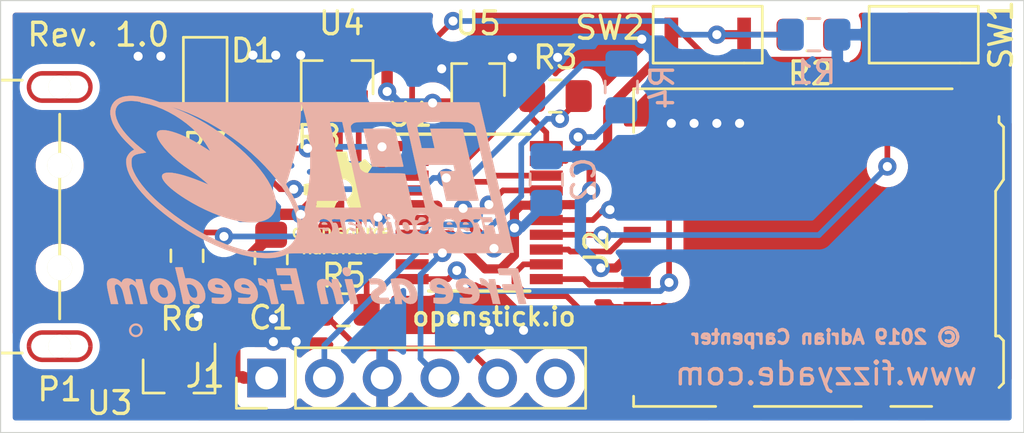
<source format=kicad_pcb>
(kicad_pcb (version 20171130) (host pcbnew "(5.1.4-0-10_14)")
  (layers (0 F.Cu signal hide) (31 B.Cu signal hide) (34 B.Paste user hide) (35 F.Paste user hide) (36 B.SilkS user) (37 F.SilkS user) (38 B.Mask user hide) (39 F.Mask user hide) (44 Edge.Cuts user))
  (net 0 "")
  (net 1 "Net-(U1-Pad9)")
  (net 2 "Net-(U1-Pad2)")
  (net 3 GND)
  (net 4 +3V3)
  (net 5 +5V)
  (net 6 USB_DM)
  (net 7 USB_DP)
  (net 8 "Net-(R1-Pad1)")
  (net 9 SWCLK)
  (net 10 SWDIO)
  (net 11 MOSI)
  (net 12 MISO)
  (net 13 SCK)
  (net 14 ~NSS)
  (net 15 ~RST)
  (net 16 "Net-(J1-Pad6)")
  (net 17 "Net-(J1-Pad5)")
  (net 18 "Net-(J1-Pad4)")
  (net 19 "Net-(J1-Pad2)")
  (net 20 "Net-(P1-Pad2)")
  (net 21 "Net-(P1-Pad3)")
  (net 22 "Net-(D1-Pad2)")
  (net 23 LED)
  (net 24 SWITCH)
  (net 25 "Net-(J2-Pad1)")
  (net 26 "Net-(J2-Pad8)")
  (net 27 "Net-(J2-Pad9)")
  (net 28 "Net-(U1-Pad8)")
  (net 29 "Net-(U1-Pad7)")
  (net 30 "Net-(U1-Pad6)")
  (module Logo:GPL (layer B.Cu) (at 133.8 89.6 180)
    (fp_text reference G*** hide)
    (fp_text value LOGO hide)
  )
  (module Resistor_SMD:R_0805_2012Metric_Pad1.15x1.40mm_HandSolder (layer B.Cu) (at 155.775 82.5)
    (fp_text reference R1 (at 0 1.65 180) (layer B.SilkS) (effects (justify mirror)))
    (fp_text value R_US)
    (pad 2 smd roundrect (at 1.025 0) (size 1.15 1.4) (layers B.Cu B.Paste B.Mask) (roundrect_rratio 0.217391) (net 3 GND))
    (pad 1 smd roundrect (at -1.025 0) (size 1.15 1.4) (layers B.Cu B.Paste B.Mask) (roundrect_rratio 0.217391) (net 8 "Net-(R1-Pad1)"))
  )
  (module Connector_Card:microSD_HC_Hirose_DM3AT-SF-PEJM5 (layer F.Cu) (at 155.725 91.875 90)
    (fp_text reference J2 (at -0.075 -9.525 90) (layer F.SilkS))
    (fp_text value Micro_SD_Card)
    (pad 11 smd rect (at 6.675 7.375 90) (size 1.3 1.9) (layers F.Cu F.Paste F.Mask))
    (pad 11 smd rect (at -6.825 6.925 90) (size 1 2.8) (layers F.Cu F.Paste F.Mask))
    (pad 10 smd rect (at -6.825 2.775 90) (size 1 0.8) (layers F.Cu F.Paste F.Mask))
    (pad 11 smd rect (at -6.825 -3.425 90) (size 1 1.2) (layers F.Cu F.Paste F.Mask))
    (pad 11 smd rect (at 4.325 -7.725 90) (size 1 1.2) (layers F.Cu F.Paste F.Mask))
    (pad 7 smd rect (at -3.825 -7.725 90) (size 0.7 1.2) (layers F.Cu F.Paste F.Mask) (net 12 MISO))
    (pad 6 smd rect (at -2.725 -7.725 90) (size 0.7 1.2) (layers F.Cu F.Paste F.Mask) (net 3 GND))
    (pad 5 smd rect (at -1.625 -7.725 90) (size 0.7 1.2) (layers F.Cu F.Paste F.Mask) (net 13 SCK))
    (pad 4 smd rect (at -0.525 -7.725 90) (size 0.7 1.2) (layers F.Cu F.Paste F.Mask) (net 4 +3V3))
    (pad 3 smd rect (at 0.575 -7.725 90) (size 0.7 1.2) (layers F.Cu F.Paste F.Mask) (net 11 MOSI))
    (pad 2 smd rect (at 1.675 -7.725 90) (size 0.7 1.2) (layers F.Cu F.Paste F.Mask) (net 14 ~NSS))
    (pad 1 smd rect (at 2.775 -7.725 90) (size 0.7 1.2) (layers F.Cu F.Paste F.Mask) (net 25 "Net-(J2-Pad1)"))
    (pad 8 smd rect (at -4.925 -7.725 90) (size 0.7 1.2) (layers F.Cu F.Paste F.Mask) (net 26 "Net-(J2-Pad8)"))
    (pad 9 smd rect (at -5.875 -7.725 90) (size 0.7 1.2) (layers F.Cu F.Paste F.Mask) (net 27 "Net-(J2-Pad9)"))
  )
  (module Footprints:MP000700 (layer F.Cu) (at 151.1 82.5 90)
    (fp_text reference SW2 (at 0.3 -4.3) (layer F.SilkS))
    (fp_text value SW_Push)
    (pad 2 smd rect (at 0 -1.6 90) (size 1.5 0.6) (layers F.Cu F.Paste F.Mask) (net 4 +3V3))
    (pad 1 smd rect (at 0 1.6 90) (size 1.5 0.6) (layers F.Cu F.Paste F.Mask) (net 8 "Net-(R1-Pad1)"))
  )
  (module Footprints:MP000700 (layer F.Cu) (at 160.6 82.5 90)
    (fp_text reference SW1 (at 0 3.4 90) (layer F.SilkS))
    (fp_text value SW_Push)
    (pad 2 smd rect (at 0 -1.6 90) (size 1.5 0.6) (layers F.Cu F.Paste F.Mask) (net 24 SWITCH))
    (pad 1 smd rect (at 0 1.6 90) (size 1.5 0.6) (layers F.Cu F.Paste F.Mask) (net 3 GND))
  )
  (module Resistor_SMD:R_0805_2012Metric_Pad1.15x1.40mm_HandSolder (layer F.Cu) (at 132 86.475 270)
    (fp_text reference R8 (at 0.525 -2 180) (layer F.SilkS))
    (fp_text value R_US)
    (pad 2 smd roundrect (at 1.025 0 270) (size 1.15 1.4) (layers F.Cu F.Paste F.Mask) (roundrect_rratio 0.217391) (net 23 LED))
    (pad 1 smd roundrect (at -1.025 0 270) (size 1.15 1.4) (layers F.Cu F.Paste F.Mask) (roundrect_rratio 0.217391) (net 22 "Net-(D1-Pad2)"))
  )
  (module LED_SMD:LED_0805_2012Metric_Pad1.15x1.40mm_HandSolder (layer F.Cu) (at 129 84.475 270)
    (fp_text reference D1 (at -1.275 -2.1 180) (layer F.SilkS))
    (fp_text value LED)
    (pad 2 smd roundrect (at 1.025 0 270) (size 1.15 1.4) (layers F.Cu F.Paste F.Mask) (roundrect_rratio 0.217391) (net 22 "Net-(D1-Pad2)"))
    (pad 1 smd roundrect (at -1.025 0 270) (size 1.15 1.4) (layers F.Cu F.Paste F.Mask) (roundrect_rratio 0.217391) (net 3 GND))
  )
  (module Logo:oshw (layer F.Cu) (at 135 89.9)
    (fp_text reference G*** hide)
    (fp_text value LOGO hide)
  )
  (module Resistor_SMD:R_0805_2012Metric_Pad1.15x1.40mm_HandSolder (layer F.Cu) (at 128.975 89)
    (fp_text reference R7 (at 0 -1.65) (layer F.SilkS))
    (fp_text value R_US)
    (pad 2 smd roundrect (at 1.025 0) (size 1.15 1.4) (layers F.Cu F.Paste F.Mask) (roundrect_rratio 0.217391) (net 7 USB_DP))
    (pad 1 smd roundrect (at -1.025 0) (size 1.15 1.4) (layers F.Cu F.Paste F.Mask) (roundrect_rratio 0.217391) (net 21 "Net-(P1-Pad3)"))
  )
  (module Resistor_SMD:R_0805_2012Metric_Pad1.15x1.40mm_HandSolder (layer F.Cu) (at 128.2 92.225 90)
    (fp_text reference R6 (at -2.775 -0.2) (layer F.SilkS))
    (fp_text value R_US)
    (pad 2 smd roundrect (at 1.025 0 90) (size 1.15 1.4) (layers F.Cu F.Paste F.Mask) (roundrect_rratio 0.217391) (net 6 USB_DM))
    (pad 1 smd roundrect (at -1.025 0 90) (size 1.15 1.4) (layers F.Cu F.Paste F.Mask) (roundrect_rratio 0.217391) (net 20 "Net-(P1-Pad2)"))
  )
  (module Resistor_SMD:R_0805_2012Metric_Pad1.15x1.40mm_HandSolder (layer F.Cu) (at 135.075 94.6)
    (fp_text reference R5 (at 0.025 -1.5) (layer F.SilkS))
    (fp_text value R_US)
    (pad 2 smd roundrect (at 1.025 0) (size 1.15 1.4) (layers F.Cu F.Paste F.Mask) (roundrect_rratio 0.217391) (net 15 ~RST))
    (pad 1 smd roundrect (at -1.025 0) (size 1.15 1.4) (layers F.Cu F.Paste F.Mask) (roundrect_rratio 0.217391) (net 17 "Net-(J1-Pad5)"))
  )
  (module Resistor_SMD:R_0805_2012Metric_Pad1.15x1.40mm_HandSolder (layer B.Cu) (at 147.3 84.8 270)
    (fp_text reference R4 (at 0 -1.8 90) (layer B.SilkS) (effects (justify mirror)))
    (fp_text value R_US)
    (pad 2 smd roundrect (at 1.025 0 270) (size 1.15 1.4) (layers B.Cu B.Paste B.Mask) (roundrect_rratio 0.217391) (net 10 SWDIO))
    (pad 1 smd roundrect (at -1.025 0 270) (size 1.15 1.4) (layers B.Cu B.Paste B.Mask) (roundrect_rratio 0.217391) (net 18 "Net-(J1-Pad4)"))
  )
  (module Resistor_SMD:R_0805_2012Metric_Pad1.15x1.40mm_HandSolder (layer F.Cu) (at 144.4 85.2 180)
    (fp_text reference R3 (at 0 1.7) (layer F.SilkS))
    (fp_text value R_US)
    (pad 2 smd roundrect (at 1.025 0 180) (size 1.15 1.4) (layers F.Cu F.Paste F.Mask) (roundrect_rratio 0.217391) (net 9 SWCLK))
    (pad 1 smd roundrect (at -1.025 0 180) (size 1.15 1.4) (layers F.Cu F.Paste F.Mask) (roundrect_rratio 0.217391) (net 19 "Net-(J1-Pad2)"))
  )
  (module Connector_PinHeader_2.54mm:PinHeader_1x06_P2.54mm_Vertical (layer F.Cu) (at 131.7 97.6 90)
    (fp_text reference J1 (at 0.1 -2.7 180) (layer F.SilkS))
    (fp_text value Conn_01x06_Female)
    (pad 6 thru_hole oval (at 0 12.7 90) (size 1.7 1.7) (drill 1) (layers *.Cu *.Mask) (net 16 "Net-(J1-Pad6)"))
    (pad 5 thru_hole oval (at 0 10.16 90) (size 1.7 1.7) (drill 1) (layers *.Cu *.Mask) (net 17 "Net-(J1-Pad5)"))
    (pad 4 thru_hole oval (at 0 7.62 90) (size 1.7 1.7) (drill 1) (layers *.Cu *.Mask) (net 18 "Net-(J1-Pad4)"))
    (pad 3 thru_hole oval (at 0 5.08 90) (size 1.7 1.7) (drill 1) (layers *.Cu *.Mask) (net 3 GND))
    (pad 2 thru_hole oval (at 0 2.54 90) (size 1.7 1.7) (drill 1) (layers *.Cu *.Mask) (net 19 "Net-(J1-Pad2)"))
    (pad 1 thru_hole rect (at 0 0 90) (size 1.7 1.7) (drill 1) (layers *.Cu *.Mask) (net 4 +3V3))
  )
  (module Package_TO_SOT_SMD:SOT-323_SC-70 (layer F.Cu) (at 141 84.5 90)
    (fp_text reference U5 (at 2.5 0) (layer F.SilkS))
    (fp_text value MAX7375AXR805)
    (pad 3 smd rect (at 1 0) (size 0.45 0.7) (layers F.Cu F.Paste F.Mask) (net 3 GND))
    (pad 2 smd rect (at -1 0.65) (size 0.45 0.7) (layers F.Cu F.Paste F.Mask) (net 2 "Net-(U1-Pad2)"))
    (pad 1 smd rect (at -1 -0.65) (size 0.45 0.7) (layers F.Cu F.Paste F.Mask) (net 4 +3V3))
  )
  (module Package_TO_SOT_SMD:SOT-23 (layer F.Cu) (at 134.8 84.4 90)
    (fp_text reference U4 (at 2.4 0.2) (layer F.SilkS))
    (fp_text value TCM809)
    (pad 3 smd rect (at 1 0 90) (size 0.9 0.8) (layers F.Cu F.Paste F.Mask) (net 4 +3V3))
    (pad 2 smd rect (at -1 0.95 90) (size 0.9 0.8) (layers F.Cu F.Paste F.Mask) (net 15 ~RST))
    (pad 1 smd rect (at -1 -0.95 90) (size 0.9 0.8) (layers F.Cu F.Paste F.Mask) (net 3 GND))
  )
  (module Package_TO_SOT_SMD:SOT-23 (layer F.Cu) (at 127.85 97.5 270)
    (fp_text reference U3 (at 1.2 3.05 180) (layer F.SilkS))
    (fp_text value MCP1700-3302E_SOT23)
    (pad 3 smd rect (at 1 0 270) (size 0.9 0.8) (layers F.Cu F.Paste F.Mask) (net 5 +5V))
    (pad 2 smd rect (at -1 0.95 270) (size 0.9 0.8) (layers F.Cu F.Paste F.Mask) (net 4 +3V3))
    (pad 1 smd rect (at -1 -0.95 270) (size 0.9 0.8) (layers F.Cu F.Paste F.Mask) (net 3 GND))
  )
  (module Resistor_SMD:R_0805_2012Metric_Pad1.15x1.40mm_HandSolder (layer F.Cu) (at 155.725 82.5 180)
    (fp_text reference R2 (at 0.125 -1.7 180) (layer F.SilkS))
    (fp_text value R_US)
    (pad 2 smd roundrect (at 1.025 0 180) (size 1.15 1.4) (layers F.Cu F.Paste F.Mask) (roundrect_rratio 0.217391) (net 8 "Net-(R1-Pad1)"))
    (pad 1 smd roundrect (at -1.025 0 180) (size 1.15 1.4) (layers F.Cu F.Paste F.Mask) (roundrect_rratio 0.217391) (net 4 +3V3))
  )
  (module Capacitor_SMD:C_0805_2012Metric_Pad1.15x1.40mm_HandSolder (layer B.Cu) (at 144 88.875 90)
    (fp_text reference C2 (at 0 1.65 270) (layer B.SilkS) (effects (justify mirror)))
    (fp_text value C)
    (pad 2 smd roundrect (at 1.025 0 90) (size 1.15 1.4) (layers B.Cu B.Paste B.Mask) (roundrect_rratio 0.217391) (net 3 GND))
    (pad 1 smd roundrect (at -1.025 0 90) (size 1.15 1.4) (layers B.Cu B.Paste B.Mask) (roundrect_rratio 0.217391) (net 4 +3V3))
  )
  (module Capacitor_SMD:C_0805_2012Metric_Pad1.15x1.40mm_HandSolder (layer F.Cu) (at 131.9 92.325 270)
    (fp_text reference C1 (at 2.625 0 180) (layer F.SilkS))
    (fp_text value C)
    (pad 2 smd roundrect (at 1.025 0 270) (size 1.15 1.4) (layers F.Cu F.Paste F.Mask) (roundrect_rratio 0.217391) (net 3 GND))
    (pad 1 smd roundrect (at -1.025 0 270) (size 1.15 1.4) (layers F.Cu F.Paste F.Mask) (roundrect_rratio 0.217391) (net 4 +3V3))
  )
  (module Package_SO:TSSOP-20_4.4x6.5mm_P0.65mm (layer F.Cu) (at 141.05 90.325)
    (fp_text reference U1 (at -3.05 -4.3) (layer F.SilkS))
    (fp_text value STM32F070F6Px)
    (pad 20 smd rect (at 2.95 -2.925) (size 1.45 0.45) (layers F.Cu F.Paste F.Mask) (net 9 SWCLK))
    (pad 19 smd rect (at 2.95 -2.275) (size 1.45 0.45) (layers F.Cu F.Paste F.Mask) (net 10 SWDIO))
    (pad 18 smd rect (at 2.95 -1.625) (size 1.45 0.45) (layers F.Cu F.Paste F.Mask) (net 7 USB_DP))
    (pad 17 smd rect (at 2.95 -0.975) (size 1.45 0.45) (layers F.Cu F.Paste F.Mask) (net 6 USB_DM))
    (pad 16 smd rect (at 2.95 -0.325) (size 1.45 0.45) (layers F.Cu F.Paste F.Mask) (net 4 +3V3))
    (pad 15 smd rect (at 2.95 0.325) (size 1.45 0.45) (layers F.Cu F.Paste F.Mask) (net 3 GND))
    (pad 14 smd rect (at 2.95 0.975) (size 1.45 0.45) (layers F.Cu F.Paste F.Mask) (net 24 SWITCH))
    (pad 13 smd rect (at 2.95 1.625) (size 1.45 0.45) (layers F.Cu F.Paste F.Mask) (net 11 MOSI))
    (pad 12 smd rect (at 2.95 2.275) (size 1.45 0.45) (layers F.Cu F.Paste F.Mask) (net 12 MISO))
    (pad 11 smd rect (at 2.95 2.925) (size 1.45 0.45) (layers F.Cu F.Paste F.Mask) (net 13 SCK))
    (pad 10 smd rect (at -2.95 2.925) (size 1.45 0.45) (layers F.Cu F.Paste F.Mask) (net 14 ~NSS))
    (pad 9 smd rect (at -2.95 2.275) (size 1.45 0.45) (layers F.Cu F.Paste F.Mask) (net 1 "Net-(U1-Pad9)"))
    (pad 8 smd rect (at -2.95 1.625) (size 1.45 0.45) (layers F.Cu F.Paste F.Mask) (net 28 "Net-(U1-Pad8)"))
    (pad 7 smd rect (at -2.95 0.975) (size 1.45 0.45) (layers F.Cu F.Paste F.Mask) (net 29 "Net-(U1-Pad7)"))
    (pad 6 smd rect (at -2.95 0.325) (size 1.45 0.45) (layers F.Cu F.Paste F.Mask) (net 30 "Net-(U1-Pad6)"))
    (pad 5 smd rect (at -2.95 -0.325) (size 1.45 0.45) (layers F.Cu F.Paste F.Mask) (net 4 +3V3))
    (pad 4 smd rect (at -2.95 -0.975) (size 1.45 0.45) (layers F.Cu F.Paste F.Mask) (net 15 ~RST))
    (pad 3 smd rect (at -2.95 -1.625) (size 1.45 0.45) (layers F.Cu F.Paste F.Mask) (net 23 LED))
    (pad 2 smd rect (at -2.95 -2.275) (size 1.45 0.45) (layers F.Cu F.Paste F.Mask) (net 2 "Net-(U1-Pad2)"))
    (pad 1 smd rect (at -2.95 -2.925) (size 1.45 0.45) (layers F.Cu F.Paste F.Mask) (net 8 "Net-(R1-Pad1)"))
  )
  (module 480-37-1000:MOLEX_480-37-1000 (layer F.Cu) (at 125.2 90.5 90)
    (fp_text reference P1 (at -7.6 -2.6 180) (layer F.SilkS) (effects (font (size 1.0018 1.0018))))
    (fp_text value 480-37-1000 hide)
    (fp_poly (pts (xy -5.7 -3.85) (xy -5.7 -4.05) (xy -5.68167 -4.05) (xy -5.64506 -4.04808) (xy -5.6086 -4.04425) (xy -5.5724 -4.03852) (xy -5.53654 -4.03089) (xy -5.50113 -4.0214) (xy -5.46626 -4.01008) (xy -5.43203 -3.99694) (xy -5.39854 -3.98203) (xy -5.36588 -3.96538) (xy -5.33413 -3.94705) (xy -5.30338 -3.92709) (xy -5.27372 -3.90554) (xy -5.24523 -3.88247) (xy -5.21799 -3.85794) (xy -5.19207 -3.83202) (xy -5.16754 -3.80477) (xy -5.14446 -3.77628) (xy -5.12292 -3.74662) (xy -5.10295 -3.71588) (xy -5.08462 -3.68413) (xy -5.06798 -3.65146) (xy -5.05306 -3.61797) (xy -5.03993 -3.58375) (xy -5.0286 -3.54888) (xy -5.01911 -3.51347) (xy -5.01149 -3.47761) (xy -5.00575 -3.4414) (xy -5.00192 -3.40494) (xy -5 -3.36833) (xy -5 -3.35) (xy -5 -1.85) (xy -5 -1.83167) (xy -5.00192 -1.79506) (xy -5.00575 -1.7586) (xy -5.01148 -1.7224) (xy -5.01911 -1.68654) (xy -5.0286 -1.65113) (xy -5.03992 -1.61626) (xy -5.05306 -1.58203) (xy -5.06797 -1.54854) (xy -5.08462 -1.51588) (xy -5.10295 -1.48413) (xy -5.12291 -1.45338) (xy -5.14446 -1.42372) (xy -5.16753 -1.39523) (xy -5.19206 -1.36799) (xy -5.21798 -1.34207) (xy -5.24523 -1.31754) (xy -5.27372 -1.29446) (xy -5.30338 -1.27292) (xy -5.33412 -1.25295) (xy -5.36587 -1.23462) (xy -5.39854 -1.21798) (xy -5.43203 -1.20306) (xy -5.46625 -1.18993) (xy -5.50112 -1.1786) (xy -5.53653 -1.16911) (xy -5.57239 -1.16149) (xy -5.6086 -1.15575) (xy -5.64506 -1.15192) (xy -5.68167 -1.15) (xy -5.7 -1.15) (xy -5.7 -1.35) (xy -5.68691 -1.35) (xy -5.66076 -1.35137) (xy -5.63472 -1.35411) (xy -5.60885 -1.3582) (xy -5.58324 -1.36365) (xy -5.55795 -1.37043) (xy -5.53304 -1.37852) (xy -5.5086 -1.3879) (xy -5.48467 -1.39855) (xy -5.46134 -1.41044) (xy -5.43866 -1.42353) (xy -5.4167 -1.43779) (xy -5.39552 -1.45319) (xy -5.37517 -1.46966) (xy -5.35571 -1.48719) (xy -5.33719 -1.5057) (xy -5.31967 -1.52516) (xy -5.30319 -1.54551) (xy -5.2878 -1.5667) (xy -5.27354 -1.58866) (xy -5.26044 -1.61134) (xy -5.24855 -1.63467) (xy -5.2379 -1.65859) (xy -5.22852 -1.68304) (xy -5.22043 -1.70794) (xy -5.21365 -1.73323) (xy -5.2082 -1.75885) (xy -5.20411 -1.78471) (xy -5.20137 -1.81075) (xy -5.2 -1.8369) (xy -5.2 -1.85) (xy -5.2 -3.35) (xy -5.2 -3.36309) (xy -5.20137 -3.38924) (xy -5.20411 -3.41528) (xy -5.2082 -3.44115) (xy -5.21365 -3.46676) (xy -5.22043 -3.49205) (xy -5.22852 -3.51696) (xy -5.2379 -3.5414) (xy -5.24855 -3.56533) (xy -5.26044 -3.58866) (xy -5.27353 -3.61134) (xy -5.28779 -3.6333) (xy -5.30319 -3.65448) (xy -5.31966 -3.67483) (xy -5.33719 -3.69429) (xy -5.3557 -3.71281) (xy -5.37516 -3.73033) (xy -5.39551 -3.74681) (xy -5.4167 -3.7622) (xy -5.43866 -3.77646) (xy -5.46134 -3.78956) (xy -5.48467 -3.80145) (xy -5.50859 -3.8121) (xy -5.53304 -3.82148) (xy -5.55794 -3.82957) (xy -5.58323 -3.83635) (xy -5.60885 -3.8418) (xy -5.63471 -3.84589) (xy -5.66075 -3.84863) (xy -5.6869 -3.85)) (layer F.Cu) (width 0))
    (fp_poly (pts (xy -5.7 -1.35) (xy -5.7 -1.15) (xy -5.71833 -1.15) (xy -5.75494 -1.15192) (xy -5.7914 -1.15575) (xy -5.8276 -1.16148) (xy -5.86346 -1.16911) (xy -5.89887 -1.1786) (xy -5.93374 -1.18992) (xy -5.96797 -1.20306) (xy -6.00146 -1.21797) (xy -6.03412 -1.23462) (xy -6.06587 -1.25295) (xy -6.09662 -1.27291) (xy -6.12628 -1.29446) (xy -6.15477 -1.31753) (xy -6.18201 -1.34206) (xy -6.20793 -1.36798) (xy -6.23246 -1.39523) (xy -6.25554 -1.42372) (xy -6.27708 -1.45338) (xy -6.29705 -1.48412) (xy -6.31538 -1.51587) (xy -6.33202 -1.54854) (xy -6.34694 -1.58203) (xy -6.36007 -1.61625) (xy -6.3714 -1.65112) (xy -6.38089 -1.68653) (xy -6.38851 -1.72239) (xy -6.39425 -1.7586) (xy -6.39808 -1.79506) (xy -6.4 -1.83167) (xy -6.4 -1.85) (xy -6.4 -3.35) (xy -6.4 -3.36833) (xy -6.39808 -3.40494) (xy -6.39425 -3.4414) (xy -6.38852 -3.4776) (xy -6.38089 -3.51346) (xy -6.3714 -3.54887) (xy -6.36008 -3.58374) (xy -6.34694 -3.61797) (xy -6.33203 -3.65146) (xy -6.31538 -3.68412) (xy -6.29705 -3.71587) (xy -6.27709 -3.74662) (xy -6.25554 -3.77628) (xy -6.23247 -3.80477) (xy -6.20794 -3.83201) (xy -6.18202 -3.85793) (xy -6.15477 -3.88246) (xy -6.12628 -3.90554) (xy -6.09662 -3.92708) (xy -6.06588 -3.94705) (xy -6.03413 -3.96538) (xy -6.00146 -3.98202) (xy -5.96797 -3.99694) (xy -5.93375 -4.01007) (xy -5.89888 -4.0214) (xy -5.86347 -4.03089) (xy -5.82761 -4.03851) (xy -5.7914 -4.04425) (xy -5.75494 -4.04808) (xy -5.71833 -4.05) (xy -5.7 -4.05) (xy -5.7 -3.85) (xy -5.71309 -3.85) (xy -5.73924 -3.84863) (xy -5.76528 -3.84589) (xy -5.79115 -3.8418) (xy -5.81676 -3.83635) (xy -5.84205 -3.82957) (xy -5.86696 -3.82148) (xy -5.8914 -3.8121) (xy -5.91533 -3.80145) (xy -5.93866 -3.78956) (xy -5.96134 -3.77647) (xy -5.9833 -3.76221) (xy -6.00448 -3.74681) (xy -6.02483 -3.73034) (xy -6.04429 -3.71281) (xy -6.06281 -3.6943) (xy -6.08033 -3.67484) (xy -6.09681 -3.65449) (xy -6.1122 -3.6333) (xy -6.12646 -3.61134) (xy -6.13956 -3.58866) (xy -6.15145 -3.56533) (xy -6.1621 -3.54141) (xy -6.17148 -3.51696) (xy -6.17957 -3.49206) (xy -6.18635 -3.46677) (xy -6.1918 -3.44115) (xy -6.19589 -3.41529) (xy -6.19863 -3.38925) (xy -6.2 -3.3631) (xy -6.2 -3.35) (xy -6.2 -1.85) (xy -6.2 -1.83691) (xy -6.19863 -1.81076) (xy -6.19589 -1.78472) (xy -6.1918 -1.75885) (xy -6.18635 -1.73324) (xy -6.17957 -1.70795) (xy -6.17148 -1.68304) (xy -6.1621 -1.6586) (xy -6.15145 -1.63467) (xy -6.13956 -1.61134) (xy -6.12647 -1.58866) (xy -6.11221 -1.5667) (xy -6.09681 -1.54552) (xy -6.08034 -1.52517) (xy -6.06281 -1.50571) (xy -6.0443 -1.48719) (xy -6.02484 -1.46967) (xy -6.00449 -1.45319) (xy -5.9833 -1.4378) (xy -5.96134 -1.42354) (xy -5.93866 -1.41044) (xy -5.91533 -1.39855) (xy -5.89141 -1.3879) (xy -5.86696 -1.37852) (xy -5.84206 -1.37043) (xy -5.81677 -1.36365) (xy -5.79115 -1.3582) (xy -5.76529 -1.35411) (xy -5.73925 -1.35137) (xy -5.7131 -1.35)) (layer F.Cu) (width 0))
    (fp_poly (pts (xy 5.7 -3.85) (xy 5.7 -4.05) (xy 5.71833 -4.05) (xy 5.75494 -4.04808) (xy 5.7914 -4.04425) (xy 5.8276 -4.03852) (xy 5.86346 -4.03089) (xy 5.89887 -4.0214) (xy 5.93374 -4.01008) (xy 5.96797 -3.99694) (xy 6.00146 -3.98203) (xy 6.03412 -3.96538) (xy 6.06587 -3.94705) (xy 6.09662 -3.92709) (xy 6.12628 -3.90554) (xy 6.15477 -3.88247) (xy 6.18201 -3.85794) (xy 6.20793 -3.83202) (xy 6.23246 -3.80477) (xy 6.25554 -3.77628) (xy 6.27708 -3.74662) (xy 6.29705 -3.71588) (xy 6.31538 -3.68413) (xy 6.33202 -3.65146) (xy 6.34694 -3.61797) (xy 6.36007 -3.58375) (xy 6.3714 -3.54888) (xy 6.38089 -3.51347) (xy 6.38851 -3.47761) (xy 6.39425 -3.4414) (xy 6.39808 -3.40494) (xy 6.4 -3.36833) (xy 6.4 -3.35) (xy 6.4 -1.85) (xy 6.4 -1.83167) (xy 6.39808 -1.79506) (xy 6.39425 -1.7586) (xy 6.38852 -1.7224) (xy 6.38089 -1.68654) (xy 6.3714 -1.65113) (xy 6.36008 -1.61626) (xy 6.34694 -1.58203) (xy 6.33203 -1.54854) (xy 6.31538 -1.51588) (xy 6.29705 -1.48413) (xy 6.27709 -1.45338) (xy 6.25554 -1.42372) (xy 6.23247 -1.39523) (xy 6.20794 -1.36799) (xy 6.18202 -1.34207) (xy 6.15477 -1.31754) (xy 6.12628 -1.29446) (xy 6.09662 -1.27292) (xy 6.06588 -1.25295) (xy 6.03413 -1.23462) (xy 6.00146 -1.21798) (xy 5.96797 -1.20306) (xy 5.93375 -1.18993) (xy 5.89888 -1.1786) (xy 5.86347 -1.16911) (xy 5.82761 -1.16149) (xy 5.7914 -1.15575) (xy 5.75494 -1.15192) (xy 5.71833 -1.15) (xy 5.7 -1.15) (xy 5.7 -1.35) (xy 5.71309 -1.35) (xy 5.73924 -1.35137) (xy 5.76528 -1.35411) (xy 5.79115 -1.3582) (xy 5.81676 -1.36365) (xy 5.84205 -1.37043) (xy 5.86696 -1.37852) (xy 5.8914 -1.3879) (xy 5.91533 -1.39855) (xy 5.93866 -1.41044) (xy 5.96134 -1.42353) (xy 5.9833 -1.43779) (xy 6.00448 -1.45319) (xy 6.02483 -1.46966) (xy 6.04429 -1.48719) (xy 6.06281 -1.5057) (xy 6.08033 -1.52516) (xy 6.09681 -1.54551) (xy 6.1122 -1.5667) (xy 6.12646 -1.58866) (xy 6.13956 -1.61134) (xy 6.15145 -1.63467) (xy 6.1621 -1.65859) (xy 6.17148 -1.68304) (xy 6.17957 -1.70794) (xy 6.18635 -1.73323) (xy 6.1918 -1.75885) (xy 6.19589 -1.78471) (xy 6.19863 -1.81075) (xy 6.2 -1.8369) (xy 6.2 -1.85) (xy 6.2 -3.35) (xy 6.2 -3.36309) (xy 6.19863 -3.38924) (xy 6.19589 -3.41528) (xy 6.1918 -3.44115) (xy 6.18635 -3.46676) (xy 6.17957 -3.49205) (xy 6.17148 -3.51696) (xy 6.1621 -3.5414) (xy 6.15145 -3.56533) (xy 6.13956 -3.58866) (xy 6.12647 -3.61134) (xy 6.11221 -3.6333) (xy 6.09681 -3.65448) (xy 6.08034 -3.67483) (xy 6.06281 -3.69429) (xy 6.0443 -3.71281) (xy 6.02484 -3.73033) (xy 6.00449 -3.74681) (xy 5.9833 -3.7622) (xy 5.96134 -3.77646) (xy 5.93866 -3.78956) (xy 5.91533 -3.80145) (xy 5.89141 -3.8121) (xy 5.86696 -3.82148) (xy 5.84206 -3.82957) (xy 5.81677 -3.83635) (xy 5.79115 -3.8418) (xy 5.76529 -3.84589) (xy 5.73925 -3.84863) (xy 5.7131 -3.85)) (layer F.Cu) (width 0))
    (fp_poly (pts (xy 5.7 -1.35) (xy 5.7 -1.15) (xy 5.68167 -1.15) (xy 5.64506 -1.15192) (xy 5.6086 -1.15575) (xy 5.5724 -1.16148) (xy 5.53654 -1.16911) (xy 5.50113 -1.1786) (xy 5.46626 -1.18992) (xy 5.43203 -1.20306) (xy 5.39854 -1.21797) (xy 5.36588 -1.23462) (xy 5.33413 -1.25295) (xy 5.30338 -1.27291) (xy 5.27372 -1.29446) (xy 5.24523 -1.31753) (xy 5.21799 -1.34206) (xy 5.19207 -1.36798) (xy 5.16754 -1.39523) (xy 5.14446 -1.42372) (xy 5.12292 -1.45338) (xy 5.10295 -1.48412) (xy 5.08462 -1.51587) (xy 5.06798 -1.54854) (xy 5.05306 -1.58203) (xy 5.03993 -1.61625) (xy 5.0286 -1.65112) (xy 5.01911 -1.68653) (xy 5.01149 -1.72239) (xy 5.00575 -1.7586) (xy 5.00192 -1.79506) (xy 5 -1.83167) (xy 5 -1.85) (xy 5 -3.35) (xy 5 -3.36833) (xy 5.00192 -3.40494) (xy 5.00575 -3.4414) (xy 5.01148 -3.4776) (xy 5.01911 -3.51346) (xy 5.0286 -3.54887) (xy 5.03992 -3.58374) (xy 5.05306 -3.61797) (xy 5.06797 -3.65146) (xy 5.08462 -3.68412) (xy 5.10295 -3.71587) (xy 5.12291 -3.74662) (xy 5.14446 -3.77628) (xy 5.16753 -3.80477) (xy 5.19206 -3.83201) (xy 5.21798 -3.85793) (xy 5.24523 -3.88246) (xy 5.27372 -3.90554) (xy 5.30338 -3.92708) (xy 5.33412 -3.94705) (xy 5.36587 -3.96538) (xy 5.39854 -3.98202) (xy 5.43203 -3.99694) (xy 5.46625 -4.01007) (xy 5.50112 -4.0214) (xy 5.53653 -4.03089) (xy 5.57239 -4.03851) (xy 5.6086 -4.04425) (xy 5.64506 -4.04808) (xy 5.68167 -4.05) (xy 5.7 -4.05) (xy 5.7 -3.85) (xy 5.68691 -3.85) (xy 5.66076 -3.84863) (xy 5.63472 -3.84589) (xy 5.60885 -3.8418) (xy 5.58324 -3.83635) (xy 5.55795 -3.82957) (xy 5.53304 -3.82148) (xy 5.5086 -3.8121) (xy 5.48467 -3.80145) (xy 5.46134 -3.78956) (xy 5.43866 -3.77647) (xy 5.4167 -3.76221) (xy 5.39552 -3.74681) (xy 5.37517 -3.73034) (xy 5.35571 -3.71281) (xy 5.33719 -3.6943) (xy 5.31967 -3.67484) (xy 5.30319 -3.65449) (xy 5.2878 -3.6333) (xy 5.27354 -3.61134) (xy 5.26044 -3.58866) (xy 5.24855 -3.56533) (xy 5.2379 -3.54141) (xy 5.22852 -3.51696) (xy 5.22043 -3.49206) (xy 5.21365 -3.46677) (xy 5.2082 -3.44115) (xy 5.20411 -3.41529) (xy 5.20137 -3.38925) (xy 5.2 -3.3631) (xy 5.2 -3.35) (xy 5.2 -1.85) (xy 5.2 -1.83691) (xy 5.20137 -1.81076) (xy 5.20411 -1.78472) (xy 5.2082 -1.75885) (xy 5.21365 -1.73324) (xy 5.22043 -1.70795) (xy 5.22852 -1.68304) (xy 5.2379 -1.6586) (xy 5.24855 -1.63467) (xy 5.26044 -1.61134) (xy 5.27353 -1.58866) (xy 5.28779 -1.5667) (xy 5.30319 -1.54552) (xy 5.31966 -1.52517) (xy 5.33719 -1.50571) (xy 5.3557 -1.48719) (xy 5.37516 -1.46967) (xy 5.39551 -1.45319) (xy 5.4167 -1.4378) (xy 5.43866 -1.42354) (xy 5.46134 -1.41044) (xy 5.48467 -1.39855) (xy 5.50859 -1.3879) (xy 5.53304 -1.37852) (xy 5.55794 -1.37043) (xy 5.58323 -1.36365) (xy 5.60885 -1.3582) (xy 5.63471 -1.35411) (xy 5.66075 -1.35137) (xy 5.6869 -1.35)) (layer F.Cu) (width 0))
    (fp_arc (start -5.7 -1.85) (end -5.7 -1.35) (angle 90) (layer Edge.Cuts) (width 0.01))
    (fp_line (start -6.2 -3.35) (end -6.2 -1.85) (layer Edge.Cuts) (width 0.01))
    (fp_arc (start -5.7 -3.35) (end -6.2 -3.35) (angle 90) (layer Edge.Cuts) (width 0.01))
    (fp_arc (start -5.7 -3.35) (end -5.7 -3.85) (angle 90) (layer Edge.Cuts) (width 0.01))
    (fp_line (start -5.2 -1.85) (end -5.2 -3.35) (layer Edge.Cuts) (width 0.01))
    (fp_arc (start -5.7 -1.85) (end -5.2 -1.85) (angle 90) (layer Edge.Cuts) (width 0.01))
    (fp_arc (start 5.7 -1.85) (end 5.7 -1.35) (angle 90) (layer Edge.Cuts) (width 0.01))
    (fp_line (start 5.2 -3.35) (end 5.2 -1.85) (layer Edge.Cuts) (width 0.01))
    (fp_arc (start 5.7 -3.35) (end 5.2 -3.35) (angle 90) (layer Edge.Cuts) (width 0.01))
    (fp_arc (start 5.7 -3.35) (end 5.7 -3.85) (angle 90) (layer Edge.Cuts) (width 0.01))
    (fp_line (start 6.2 -1.85) (end 6.2 -3.35) (layer Edge.Cuts) (width 0.01))
    (fp_arc (start 5.7 -1.85) (end 6.2 -1.85) (angle 90) (layer Edge.Cuts) (width 0.01))
    (pad Hole np_thru_hole circle (at 5.7 -2.6 90) (size 1 1) (drill 1) (layers *.Cu *.Mask F.SilkS))
    (pad Hole np_thru_hole circle (at -5.7 -2.6 90) (size 1 1) (drill 1) (layers *.Cu *.Mask F.SilkS))
    (pad Hole np_thru_hole circle (at 2.25 -2.6 90) (size 1.1 1.1) (drill 1.1) (layers *.Cu *.Mask F.SilkS))
    (pad Hole np_thru_hole circle (at -2.25 -2.6 90) (size 1.1 1.1) (drill 1.1) (layers *.Cu *.Mask F.SilkS))
    (pad 1 smd rect (at -3.5 0) (size 2 1.2) (layers F.Cu F.Paste F.Mask) (net 5 +5V))
    (pad 4 smd rect (at 3.5 0) (size 2 1.2) (layers F.Cu F.Paste F.Mask) (net 3 GND))
    (pad 2 smd rect (at -1 0) (size 2 1.2) (layers F.Cu F.Paste F.Mask) (net 20 "Net-(P1-Pad2)"))
    (pad 3 smd rect (at 1 0) (size 2 1.2) (layers F.Cu F.Paste F.Mask) (net 21 "Net-(P1-Pad3)"))
  )
  (gr_text www.fizzyade.com (at 156.3 97.4) (layer B.SilkS) (effects (font (size 1 1)) (justify mirror)))
  (gr_text "Rev. 1.0" (at 124.3 82.5) (layer F.SilkS) (effects (font (size 1 1))))
  (gr_text "© 2019 Adrian Carpenter" (at 156.3 95.8) (layer B.SilkS) (effects (font (size 0.6 0.6)) (justify mirror)))
  (gr_text openstick.io (at 141.7 94.9) (layer F.SilkS) (effects (font (size 0.8 0.8))))
  (gr_line (start 120 81) (end 120 100) (layer Edge.Cuts) (width 0.05))
  (gr_line (start 165 81) (end 120 81) (layer Edge.Cuts) (width 0.05))
  (gr_line (start 165 100) (end 165 81) (layer Edge.Cuts) (width 0.05))
  (gr_line (start 120 100) (end 165 100) (layer Edge.Cuts) (width 0.05))
  (segment (start 141.65 85.5) (end 141.65 86.85) (width 0.25) (layer F.Cu) (net 2))
  (segment (start 140.45 88.05) (end 138.1 88.05) (width 0.25) (layer F.Cu) (net 2))
  (segment (start 141.65 86.85) (end 140.45 88.05) (width 0.25) (layer F.Cu) (net 2))
  (segment (start 141 83.5) (end 141 84.5) (width 0.4) (layer F.Cu) (net 3))
  (segment (start 133.85 84.05) (end 133.85 85.4) (width 0.5) (layer F.Cu) (net 3))
  (segment (start 133.2 83.4) (end 133.85 84.05) (width 0.5) (layer F.Cu) (net 3))
  (segment (start 139.9 83.5) (end 139.4 84) (width 0.5) (layer F.Cu) (net 3))
  (via (at 139.4 84) (size 0.8) (drill 0.4) (layers F.Cu B.Cu) (net 3))
  (segment (start 141 83.5) (end 139.9 83.5) (width 0.5) (layer F.Cu) (net 3))
  (segment (start 133.2 83.4) (end 133.2 83.4) (width 0.5) (layer B.Cu) (net 3))
  (via (at 133.2 83.4) (size 0.8) (drill 0.4) (layers F.Cu B.Cu) (net 3))
  (via (at 132 96) (size 0.8) (drill 0.4) (layers F.Cu B.Cu) (net 3))
  (via (at 133 96) (size 0.8) (drill 0.4) (layers F.Cu B.Cu) (net 3))
  (via (at 140 95) (size 0.8) (drill 0.4) (layers F.Cu B.Cu) (net 3))
  (via (at 141.5 95.5) (size 0.8) (drill 0.4) (layers F.Cu B.Cu) (net 3))
  (via (at 143 95.5) (size 0.8) (drill 0.4) (layers F.Cu B.Cu) (net 3))
  (via (at 132 95) (size 0.8) (drill 0.4) (layers F.Cu B.Cu) (net 3))
  (via (at 142.5 83.5) (size 0.8) (drill 0.4) (layers F.Cu B.Cu) (net 3))
  (via (at 144.5 83.5) (size 0.8) (drill 0.4) (layers F.Cu B.Cu) (net 3))
  (segment (start 132.1 83.4) (end 133.2 83.4) (width 0.5) (layer F.Cu) (net 3))
  (via (at 132.1 83.4) (size 0.8) (drill 0.4) (layers F.Cu B.Cu) (net 3))
  (segment (start 131.1 83.4) (end 132.1 83.4) (width 0.5) (layer F.Cu) (net 3))
  (via (at 131.1 83.4) (size 0.8) (drill 0.4) (layers F.Cu B.Cu) (net 3))
  (segment (start 129.05 83.4) (end 129 83.45) (width 0.5) (layer F.Cu) (net 3))
  (segment (start 131.1 83.4) (end 129.05 83.4) (width 0.5) (layer F.Cu) (net 3))
  (segment (start 126.05 83.45) (end 127.05 83.45) (width 0.5) (layer F.Cu) (net 3))
  (via (at 126.05 83.45) (size 0.8) (drill 0.4) (layers F.Cu B.Cu) (net 3))
  (segment (start 127.05 83.45) (end 129 83.45) (width 0.5) (layer F.Cu) (net 3))
  (via (at 127.05 83.45) (size 0.8) (drill 0.4) (layers F.Cu B.Cu) (net 3))
  (via (at 148.2 82.7) (size 0.8) (drill 0.4) (layers F.Cu B.Cu) (net 3))
  (via (at 149.5 86.4) (size 0.8) (drill 0.4) (layers F.Cu B.Cu) (net 3))
  (via (at 150.5 86.4) (size 0.8) (drill 0.4) (layers F.Cu B.Cu) (net 3))
  (via (at 151.5 86.4) (size 0.8) (drill 0.4) (layers F.Cu B.Cu) (net 3))
  (via (at 152.5 86.4) (size 0.8) (drill 0.4) (layers F.Cu B.Cu) (net 3))
  (segment (start 149.5 84) (end 149.5 86.4) (width 0.5) (layer B.Cu) (net 3))
  (segment (start 148.2 82.7) (end 149.5 84) (width 0.5) (layer B.Cu) (net 3))
  (via (at 128.7 94.9) (size 0.8) (drill 0.4) (layers F.Cu B.Cu) (net 3))
  (segment (start 144 90.65) (end 146.05 90.65) (width 0.25) (layer F.Cu) (net 3))
  (via (at 146.8 90.2) (size 0.8) (drill 0.4) (layers F.Cu B.Cu) (net 3))
  (segment (start 146.5 90.2) (end 146.8 90.2) (width 0.25) (layer F.Cu) (net 3))
  (segment (start 146.05 90.65) (end 146.5 90.2) (width 0.25) (layer F.Cu) (net 3))
  (segment (start 144 87.85) (end 144.45 87.85) (width 0.5) (layer B.Cu) (net 3))
  (segment (start 146.8 90.2) (end 147.4 89.6) (width 0.5) (layer B.Cu) (net 3))
  (segment (start 147.4 89.6) (end 147.4 89) (width 0.5) (layer B.Cu) (net 3))
  (segment (start 147.4 89) (end 146.25 87.85) (width 0.5) (layer B.Cu) (net 3))
  (segment (start 146.25 87.85) (end 144 87.85) (width 0.5) (layer B.Cu) (net 3))
  (segment (start 145.3 82.7) (end 148.2 82.7) (width 0.5) (layer B.Cu) (net 3))
  (segment (start 144.5 83.5) (end 145.3 82.7) (width 0.5) (layer B.Cu) (net 3))
  (via (at 139 85.5) (size 0.8) (drill 0.4) (layers F.Cu B.Cu) (net 4))
  (segment (start 140.35 85.5) (end 139 85.5) (width 0.4) (layer F.Cu) (net 4))
  (via (at 137 85) (size 0.8) (drill 0.4) (layers F.Cu B.Cu) (net 4))
  (segment (start 137.5 85.5) (end 137 85) (width 0.4) (layer B.Cu) (net 4))
  (segment (start 139 85.5) (end 137.5 85.5) (width 0.4) (layer B.Cu) (net 4))
  (segment (start 137 83.8) (end 136.6 83.4) (width 0.5) (layer F.Cu) (net 4))
  (segment (start 136.6 83.4) (end 134.8 83.4) (width 0.5) (layer F.Cu) (net 4))
  (segment (start 137 85) (end 137 83.8) (width 0.5) (layer F.Cu) (net 4))
  (segment (start 131.9 90.625) (end 131.9 91.3) (width 0.5) (layer F.Cu) (net 4))
  (segment (start 132.125 90.4) (end 131.9 90.625) (width 0.5) (layer F.Cu) (net 4))
  (segment (start 133.2 90.4) (end 132.125 90.4) (width 0.5) (layer F.Cu) (net 4))
  (segment (start 134.8 88.8) (end 133.2 90.4) (width 0.5) (layer F.Cu) (net 4))
  (segment (start 134.8 83.4) (end 134.8 88.8) (width 0.5) (layer F.Cu) (net 4))
  (via (at 136.6 90.525) (size 0.8) (drill 0.4) (layers F.Cu B.Cu) (net 4))
  (segment (start 137.125 90) (end 136.6 90.525) (width 0.4) (layer F.Cu) (net 4))
  (segment (start 138.1 90) (end 137.125 90) (width 0.4) (layer F.Cu) (net 4))
  (via (at 133.2 90.4) (size 0.8) (drill 0.4) (layers F.Cu B.Cu) (net 4))
  (segment (start 133.325 90.525) (end 133.2 90.4) (width 0.4) (layer B.Cu) (net 4))
  (segment (start 136.6 90.525) (end 133.325 90.525) (width 0.4) (layer B.Cu) (net 4))
  (via (at 142.6 91) (size 0.8) (drill 0.4) (layers F.Cu B.Cu) (net 4))
  (segment (start 142.9 91) (end 144 89.9) (width 0.4) (layer B.Cu) (net 4))
  (segment (start 142.6 91) (end 142.9 91) (width 0.4) (layer B.Cu) (net 4))
  (segment (start 142.875 90) (end 144 90) (width 0.4) (layer F.Cu) (net 4))
  (segment (start 142.6 90.275) (end 142.875 90) (width 0.4) (layer F.Cu) (net 4))
  (segment (start 142.6 91) (end 142.6 90.275) (width 0.4) (layer F.Cu) (net 4))
  (segment (start 142.6 92.2) (end 142.6 91) (width 0.4) (layer F.Cu) (net 4))
  (segment (start 139.811757 91.300009) (end 141.311748 92.8) (width 0.4) (layer F.Cu) (net 4))
  (segment (start 139.400009 91.300009) (end 139.811757 91.300009) (width 0.4) (layer F.Cu) (net 4))
  (segment (start 139.225001 91.125001) (end 139.400009 91.300009) (width 0.4) (layer F.Cu) (net 4))
  (segment (start 139.225001 90.025001) (end 139.225001 91.125001) (width 0.4) (layer F.Cu) (net 4))
  (segment (start 139.2 90) (end 139.225001 90.025001) (width 0.4) (layer F.Cu) (net 4))
  (segment (start 142 92.8) (end 142.6 92.2) (width 0.4) (layer F.Cu) (net 4))
  (segment (start 141.311748 92.8) (end 142 92.8) (width 0.4) (layer F.Cu) (net 4))
  (segment (start 138.1 90) (end 139.2 90) (width 0.4) (layer F.Cu) (net 4))
  (segment (start 144 90) (end 144.024999 89.975001) (width 0.4) (layer F.Cu) (net 4))
  (segment (start 144.024999 89.975001) (end 145.045001 89.975001) (width 0.4) (layer F.Cu) (net 4))
  (segment (start 146.4 92.7) (end 146.4 92.7) (width 0.4) (layer B.Cu) (net 4))
  (segment (start 131.9 91.3) (end 130.3 92.9) (width 0.5) (layer F.Cu) (net 4))
  (segment (start 130.3 92.9) (end 130.3 97.55) (width 0.5) (layer F.Cu) (net 4))
  (segment (start 126.9 96.55) (end 127.9 97.55) (width 0.5) (layer F.Cu) (net 4))
  (segment (start 127.9 97.55) (end 130.3 97.55) (width 0.5) (layer F.Cu) (net 4))
  (segment (start 126.9 96.5) (end 126.9 96.55) (width 0.5) (layer F.Cu) (net 4))
  (segment (start 130.3 97.55) (end 130.65 97.55) (width 0.5) (layer F.Cu) (net 4))
  (segment (start 130.7 97.6) (end 131.7 97.6) (width 0.5) (layer F.Cu) (net 4))
  (segment (start 130.65 97.55) (end 130.7 97.6) (width 0.5) (layer F.Cu) (net 4))
  (via (at 146.4 92.761633) (size 0.8) (drill 0.4) (layers F.Cu B.Cu) (net 4))
  (segment (start 146.965685 92.761633) (end 146.4 92.761633) (width 0.4) (layer F.Cu) (net 4))
  (segment (start 147.429998 92.4) (end 147.068365 92.761633) (width 0.4) (layer F.Cu) (net 4))
  (segment (start 148 92.4) (end 147.429998 92.4) (width 0.4) (layer F.Cu) (net 4))
  (segment (start 147.068365 92.761633) (end 146.965685 92.761633) (width 0.4) (layer F.Cu) (net 4))
  (segment (start 145.569996 89.751991) (end 145.969995 89.351992) (width 0.4) (layer F.Cu) (net 4))
  (segment (start 145.346986 89.975001) (end 145.569996 89.751991) (width 0.4) (layer F.Cu) (net 4))
  (via (at 145.969995 89.351992) (size 0.8) (drill 0.4) (layers F.Cu B.Cu) (net 4))
  (segment (start 145.045001 89.975001) (end 145.346986 89.975001) (width 0.4) (layer F.Cu) (net 4))
  (segment (start 145.969995 89.351992) (end 145.5 89.821987) (width 0.5) (layer B.Cu) (net 4))
  (segment (start 145.5 91.861633) (end 146.4 92.761633) (width 0.5) (layer B.Cu) (net 4))
  (segment (start 145.5 89.821987) (end 145.5 91.861633) (width 0.5) (layer B.Cu) (net 4))
  (segment (start 156.75 82.5) (end 156.75 83.45) (width 0.25) (layer F.Cu) (net 4))
  (segment (start 156.75 83.45) (end 156.6 83.6) (width 0.25) (layer F.Cu) (net 4))
  (segment (start 150.05 82.5) (end 149.5 82.5) (width 0.25) (layer F.Cu) (net 4))
  (segment (start 151.15 83.6) (end 150.05 82.5) (width 0.25) (layer F.Cu) (net 4))
  (segment (start 156.6 83.6) (end 151.15 83.6) (width 0.25) (layer F.Cu) (net 4))
  (segment (start 145.969995 88.030005) (end 145.969995 89.351992) (width 0.4) (layer F.Cu) (net 4))
  (segment (start 146.7 85.75) (end 146.7 87.3) (width 0.4) (layer F.Cu) (net 4))
  (segment (start 146.7 87.3) (end 145.969995 88.030005) (width 0.4) (layer F.Cu) (net 4))
  (segment (start 149.5 82.95) (end 146.7 85.75) (width 0.4) (layer F.Cu) (net 4))
  (segment (start 125.2 94) (end 125.2 96.8) (width 0.5) (layer F.Cu) (net 5))
  (segment (start 125.2 96.8) (end 126.9 98.5) (width 0.5) (layer F.Cu) (net 5))
  (segment (start 126.9 98.5) (end 127.85 98.5) (width 0.5) (layer F.Cu) (net 5))
  (segment (start 141.874989 89.571746) (end 141.47499 89.971745) (width 0.25) (layer F.Cu) (net 6))
  (via (at 141.47499 89.971745) (size 0.8) (drill 0.4) (layers F.Cu B.Cu) (net 6))
  (segment (start 142.096735 89.35) (end 141.874989 89.571746) (width 0.25) (layer F.Cu) (net 6))
  (segment (start 144 89.35) (end 142.096735 89.35) (width 0.25) (layer F.Cu) (net 6))
  (via (at 129.825 91.375) (size 0.8) (drill 0.4) (layers F.Cu B.Cu) (net 6))
  (segment (start 129.65 91.2) (end 129.825 91.375) (width 0.25) (layer F.Cu) (net 6))
  (segment (start 128.2 91.2) (end 129.65 91.2) (width 0.25) (layer F.Cu) (net 6))
  (segment (start 141.074991 90.371744) (end 141.47499 89.971745) (width 0.25) (layer B.Cu) (net 6))
  (segment (start 138.36077 91.375) (end 138.890601 90.845169) (width 0.25) (layer B.Cu) (net 6))
  (segment (start 138.890601 90.845169) (end 139.977644 90.845169) (width 0.25) (layer B.Cu) (net 6))
  (segment (start 139.993768 90.861293) (end 140.689772 90.861293) (width 0.25) (layer B.Cu) (net 6))
  (segment (start 129.825 91.375) (end 138.36077 91.375) (width 0.25) (layer B.Cu) (net 6))
  (segment (start 141.074991 90.476074) (end 141.074991 90.371744) (width 0.25) (layer B.Cu) (net 6))
  (segment (start 140.689772 90.861293) (end 141.074991 90.476074) (width 0.25) (layer B.Cu) (net 6))
  (segment (start 139.977644 90.845169) (end 139.993768 90.861293) (width 0.25) (layer B.Cu) (net 6))
  (segment (start 144 88.7) (end 141.771732 88.7) (width 0.25) (layer F.Cu) (net 7))
  (segment (start 141.771732 88.7) (end 141.5 88.971732) (width 0.25) (layer F.Cu) (net 7))
  (via (at 139.6 88.8) (size 0.8) (drill 0.4) (layers F.Cu B.Cu) (net 7))
  (segment (start 139.771732 88.971732) (end 139.6 88.8) (width 0.25) (layer F.Cu) (net 7))
  (segment (start 141.5 88.971732) (end 139.771732 88.971732) (width 0.25) (layer F.Cu) (net 7))
  (segment (start 138.539314 89.295001) (end 139.034315 88.8) (width 0.25) (layer B.Cu) (net 7))
  (segment (start 132.891999 89.295001) (end 138.539314 89.295001) (width 0.25) (layer B.Cu) (net 7))
  (segment (start 139.034315 88.8) (end 139.6 88.8) (width 0.25) (layer B.Cu) (net 7))
  (segment (start 132.891999 89.295001) (end 132.891999 89.295001) (width 0.25) (layer F.Cu) (net 7))
  (via (at 132.891999 89.295001) (size 0.8) (drill 0.4) (layers F.Cu B.Cu) (net 7))
  (segment (start 132.891999 89.295001) (end 132.295001 89.295001) (width 0.25) (layer F.Cu) (net 7))
  (segment (start 132 89) (end 130 89) (width 0.25) (layer F.Cu) (net 7))
  (segment (start 132.295001 89.295001) (end 132 89) (width 0.25) (layer F.Cu) (net 7))
  (segment (start 152.7 82.5) (end 151.5 82.5) (width 0.4) (layer F.Cu) (net 8))
  (segment (start 151.5 82.5) (end 151.5 82.5) (width 0.25) (layer B.Cu) (net 8))
  (segment (start 150 82.5) (end 149.4 81.9) (width 0.25) (layer B.Cu) (net 8))
  (via (at 139.9 81.9) (size 0.8) (drill 0.4) (layers F.Cu B.Cu) (net 8))
  (segment (start 138.1 83.7) (end 139.9 81.9) (width 0.25) (layer F.Cu) (net 8))
  (segment (start 138.1 87.4) (end 138.1 83.7) (width 0.25) (layer F.Cu) (net 8))
  (segment (start 149.4 81.9) (end 139.9 81.9) (width 0.25) (layer B.Cu) (net 8))
  (segment (start 151.5 82.5) (end 154.75 82.5) (width 0.25) (layer B.Cu) (net 8))
  (segment (start 151.5 82.5) (end 150 82.5) (width 0.25) (layer B.Cu) (net 8))
  (via (at 151.5 82.5) (size 0.8) (drill 0.4) (layers F.Cu B.Cu) (net 8))
  (segment (start 152.7 82.5) (end 154.7 82.5) (width 0.25) (layer F.Cu) (net 8))
  (segment (start 143.375 85.2) (end 143.375 86.175) (width 0.25) (layer F.Cu) (net 9))
  (segment (start 144 86.8) (end 144 87.4) (width 0.25) (layer F.Cu) (net 9))
  (segment (start 143.375 86.175) (end 144 86.8) (width 0.25) (layer F.Cu) (net 9))
  (segment (start 144.85 88.05) (end 145.4 87.5) (width 0.25) (layer F.Cu) (net 10))
  (segment (start 145.4 87.5) (end 145.4 86.99999) (width 0.25) (layer F.Cu) (net 10))
  (via (at 145.4 86.99999) (size 0.8) (drill 0.4) (layers F.Cu B.Cu) (net 10))
  (segment (start 144 88.05) (end 144.85 88.05) (width 0.25) (layer F.Cu) (net 10))
  (segment (start 147.3 85.825) (end 146.12501 86.99999) (width 0.25) (layer B.Cu) (net 10))
  (segment (start 146.12501 86.99999) (end 145.965685 86.99999) (width 0.25) (layer B.Cu) (net 10))
  (segment (start 145.965685 86.99999) (end 145.4 86.99999) (width 0.25) (layer B.Cu) (net 10))
  (segment (start 144.05 92) (end 144 91.95) (width 0.25) (layer F.Cu) (net 11))
  (segment (start 147.549209 91.3) (end 146.812586 92.036623) (width 0.25) (layer F.Cu) (net 11))
  (segment (start 145.061623 92.036623) (end 144.975 91.95) (width 0.25) (layer F.Cu) (net 11))
  (segment (start 144.975 91.95) (end 144 91.95) (width 0.25) (layer F.Cu) (net 11))
  (segment (start 148 91.3) (end 147.549209 91.3) (width 0.25) (layer F.Cu) (net 11))
  (segment (start 146.812586 92.036623) (end 145.061623 92.036623) (width 0.25) (layer F.Cu) (net 11))
  (segment (start 146.6 95.7) (end 148 95.7) (width 0.25) (layer F.Cu) (net 12))
  (segment (start 143.2 94) (end 144.9 94) (width 0.25) (layer F.Cu) (net 12))
  (segment (start 142.6 93.4) (end 143.2 94) (width 0.25) (layer F.Cu) (net 12))
  (segment (start 142.6 93) (end 142.6 93.4) (width 0.25) (layer F.Cu) (net 12))
  (segment (start 143 92.6) (end 142.6 93) (width 0.25) (layer F.Cu) (net 12))
  (segment (start 144.9 94) (end 146.6 95.7) (width 0.25) (layer F.Cu) (net 12))
  (segment (start 144 92.6) (end 143 92.6) (width 0.25) (layer F.Cu) (net 12))
  (segment (start 144 93.25) (end 145.647916 93.25) (width 0.25) (layer F.Cu) (net 13))
  (segment (start 147.15 93.5) (end 148 93.5) (width 0.25) (layer F.Cu) (net 13))
  (segment (start 145.897916 93.5) (end 147.15 93.5) (width 0.25) (layer F.Cu) (net 13))
  (segment (start 145.647916 93.25) (end 145.897916 93.5) (width 0.25) (layer F.Cu) (net 13))
  (via (at 140.064946 92.870731) (size 0.8) (drill 0.4) (layers F.Cu B.Cu) (net 14))
  (segment (start 140.464945 93.27073) (end 140.064946 92.870731) (width 0.25) (layer B.Cu) (net 14))
  (segment (start 138.1 93.25) (end 139.685677 93.25) (width 0.25) (layer F.Cu) (net 14))
  (segment (start 140.969216 93.775001) (end 140.464945 93.27073) (width 0.25) (layer B.Cu) (net 14))
  (segment (start 139.685677 93.25) (end 140.064946 92.870731) (width 0.25) (layer F.Cu) (net 14))
  (via (at 149.4 93.4) (size 0.8) (drill 0.4) (layers F.Cu B.Cu) (net 14))
  (segment (start 149.024999 93.775001) (end 149.4 93.4) (width 0.25) (layer B.Cu) (net 14))
  (segment (start 140.969216 93.775001) (end 149.024999 93.775001) (width 0.25) (layer B.Cu) (net 14))
  (segment (start 149.4 93.4) (end 149.4 90.6) (width 0.25) (layer F.Cu) (net 14))
  (segment (start 149 90.2) (end 148 90.2) (width 0.25) (layer F.Cu) (net 14))
  (segment (start 149.4 90.6) (end 149 90.2) (width 0.25) (layer F.Cu) (net 14))
  (segment (start 136.15 89.35) (end 138.1 89.35) (width 0.25) (layer F.Cu) (net 15))
  (segment (start 136.1 93.1) (end 136.1 94.6) (width 0.25) (layer F.Cu) (net 15))
  (segment (start 135.75 92.75) (end 136.1 93.1) (width 0.25) (layer F.Cu) (net 15))
  (segment (start 136.15 89.35) (end 135.75 89.35) (width 0.25) (layer F.Cu) (net 15))
  (segment (start 135.75 89.35) (end 135.75 92.75) (width 0.25) (layer F.Cu) (net 15))
  (segment (start 135.75 85.4) (end 135.75 89.35) (width 0.25) (layer F.Cu) (net 15))
  (segment (start 134.05 94.6) (end 135.75 96.3) (width 0.25) (layer F.Cu) (net 17))
  (segment (start 140.56 96.3) (end 141.86 97.6) (width 0.25) (layer F.Cu) (net 17))
  (segment (start 135.75 96.3) (end 140.56 96.3) (width 0.25) (layer F.Cu) (net 17))
  (via (at 140.34177 90.136291) (size 0.8) (drill 0.4) (layers F.Cu B.Cu) (net 18))
  (segment (start 147.3 83.775) (end 145.625 83.775) (width 0.25) (layer B.Cu) (net 18))
  (segment (start 145.625 83.775) (end 140.34177 89.05823) (width 0.25) (layer B.Cu) (net 18))
  (segment (start 140.34177 89.570606) (end 140.34177 90.136291) (width 0.25) (layer B.Cu) (net 18))
  (segment (start 140.34177 89.05823) (end 140.34177 89.570606) (width 0.25) (layer B.Cu) (net 18))
  (segment (start 139.3 92) (end 139.327746 92) (width 0.25) (layer F.Cu) (net 18))
  (segment (start 138.470001 93.057765) (end 139.027757 92.500009) (width 0.25) (layer B.Cu) (net 18))
  (segment (start 138.470001 96.750001) (end 138.470001 93.057765) (width 0.25) (layer B.Cu) (net 18))
  (via (at 139.427756 92.10001) (size 0.8) (drill 0.4) (layers F.Cu B.Cu) (net 18))
  (segment (start 139.32 97.6) (end 138.470001 96.750001) (width 0.25) (layer B.Cu) (net 18))
  (segment (start 139.327746 92) (end 139.427756 92.10001) (width 0.25) (layer F.Cu) (net 18))
  (segment (start 139.027757 92.500009) (end 139.427756 92.10001) (width 0.25) (layer B.Cu) (net 18))
  (segment (start 140.34177 90.54177) (end 141.7 91.9) (width 0.4) (layer F.Cu) (net 18))
  (via (at 141.7 91.9) (size 0.8) (drill 0.4) (layers F.Cu B.Cu) (net 18))
  (segment (start 140.34177 90.136291) (end 140.34177 90.54177) (width 0.4) (layer F.Cu) (net 18))
  (segment (start 139.627766 91.9) (end 139.427756 92.10001) (width 0.25) (layer B.Cu) (net 18))
  (segment (start 141.7 91.9) (end 139.627766 91.9) (width 0.25) (layer B.Cu) (net 18))
  (via (at 144.6 86.2) (size 0.8) (drill 0.4) (layers F.Cu B.Cu) (net 19))
  (segment (start 145.425 85.375) (end 144.6 86.2) (width 0.25) (layer F.Cu) (net 19))
  (segment (start 145.425 85.2) (end 145.425 85.375) (width 0.25) (layer F.Cu) (net 19))
  (segment (start 144.034315 86.2) (end 144.6 86.2) (width 0.25) (layer B.Cu) (net 19))
  (segment (start 134.24 96.16) (end 139.10482 91.29518) (width 0.25) (layer B.Cu) (net 19))
  (segment (start 142.9 89.6) (end 142.9 87.334315) (width 0.25) (layer B.Cu) (net 19))
  (segment (start 142.9 87.334315) (end 144.034315 86.2) (width 0.25) (layer B.Cu) (net 19))
  (segment (start 139.791244 91.29518) (end 139.807368 91.311304) (width 0.25) (layer B.Cu) (net 19))
  (segment (start 139.10482 91.29518) (end 139.791244 91.29518) (width 0.25) (layer B.Cu) (net 19))
  (segment (start 139.807368 91.311304) (end 141.188696 91.311304) (width 0.25) (layer B.Cu) (net 19))
  (segment (start 134.24 97.6) (end 134.24 96.16) (width 0.25) (layer B.Cu) (net 19))
  (segment (start 141.188696 91.311304) (end 142.9 89.6) (width 0.25) (layer B.Cu) (net 19))
  (segment (start 127.576628 92.626628) (end 125.426628 92.626628) (width 0.25) (layer F.Cu) (net 20))
  (segment (start 128.2 93.25) (end 127.576628 92.626628) (width 0.25) (layer F.Cu) (net 20))
  (segment (start 125.2 92.4) (end 125.2 91.5) (width 0.25) (layer F.Cu) (net 20))
  (segment (start 125.426628 92.626628) (end 125.2 92.4) (width 0.25) (layer F.Cu) (net 20))
  (segment (start 125.2 89.5) (end 126.5 89.5) (width 0.25) (layer F.Cu) (net 21))
  (segment (start 127 89) (end 127.95 89) (width 0.25) (layer F.Cu) (net 21))
  (segment (start 126.5 89.5) (end 127 89) (width 0.25) (layer F.Cu) (net 21))
  (segment (start 131.95 85.5) (end 132 85.45) (width 0.5) (layer F.Cu) (net 22))
  (segment (start 129 85.5) (end 131.95 85.5) (width 0.5) (layer F.Cu) (net 22))
  (segment (start 137.125 88.7) (end 136.5 88.075) (width 0.25) (layer F.Cu) (net 23))
  (segment (start 138.1 88.7) (end 137.125 88.7) (width 0.25) (layer F.Cu) (net 23))
  (via (at 136.774998 87.43204) (size 0.8) (drill 0.4) (layers F.Cu B.Cu) (net 23))
  (segment (start 136.5 87.707038) (end 136.774998 87.43204) (width 0.25) (layer F.Cu) (net 23))
  (segment (start 136.5 88.075) (end 136.5 87.707038) (width 0.25) (layer F.Cu) (net 23))
  (via (at 133.5 87.5) (size 0.8) (drill 0.4) (layers F.Cu B.Cu) (net 23))
  (segment (start 133.56796 87.43204) (end 133.5 87.5) (width 0.25) (layer B.Cu) (net 23))
  (segment (start 136.774998 87.43204) (end 133.56796 87.43204) (width 0.25) (layer B.Cu) (net 23))
  (segment (start 133.5 87.5) (end 132 87.5) (width 0.25) (layer F.Cu) (net 23))
  (segment (start 159 88.3) (end 159 82.5) (width 0.25) (layer F.Cu) (net 24))
  (via (at 159 88.3) (size 0.8) (drill 0.4) (layers F.Cu B.Cu) (net 24))
  (via (at 146.464585 91.311622) (size 0.8) (drill 0.4) (layers F.Cu B.Cu) (net 24))
  (segment (start 144 91.3) (end 146.452963 91.3) (width 0.25) (layer F.Cu) (net 24))
  (segment (start 146.452963 91.3) (end 146.464585 91.311622) (width 0.25) (layer F.Cu) (net 24))
  (segment (start 159 88.3) (end 155.988378 91.311622) (width 0.25) (layer B.Cu) (net 24))
  (segment (start 155.988378 91.311622) (end 147.03027 91.311622) (width 0.25) (layer B.Cu) (net 24))
  (segment (start 147.03027 91.311622) (end 146.464585 91.311622) (width 0.25) (layer B.Cu) (net 24))
  (zone (net 3) (net_name GND) (layer F.Cu) (connect_pads (clearance 0.508)) (min_thickness 0.254) (fill yes (arc_segments 32) (thermal_gap 0.508) (thermal_bridge_width 0.508))
    (polygon (pts (xy 120.5 81.5) (xy 164.5 81.5) (xy 164.5 99.5) (xy 120.5 99.5)))
  )
  (zone (net 3) (net_name GND) (layer B.Cu) (connect_pads (clearance 0.508)) (min_thickness 0.254) (fill yes (arc_segments 32) (thermal_gap 0.508) (thermal_bridge_width 0.508))
    (polygon (pts (xy 120.5 81.5) (xy 164.5 81.5) (xy 164.5 99.5) (xy 120.5 99.5)))
  )
)
</source>
